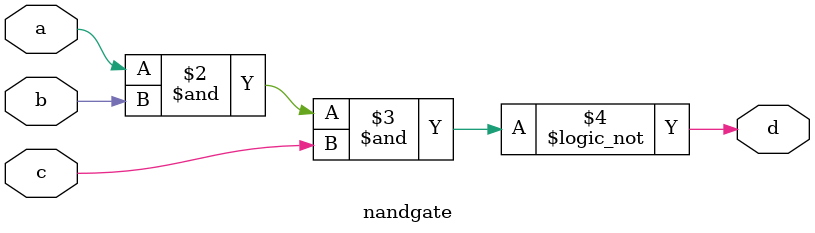
<source format=sv>
module nandgate(
  input logic a,
  input logic b,
  input logic c,
  output logic d
);
  
  always_comb begin
    d = !(a&b&c);
  end

endmodule

</source>
